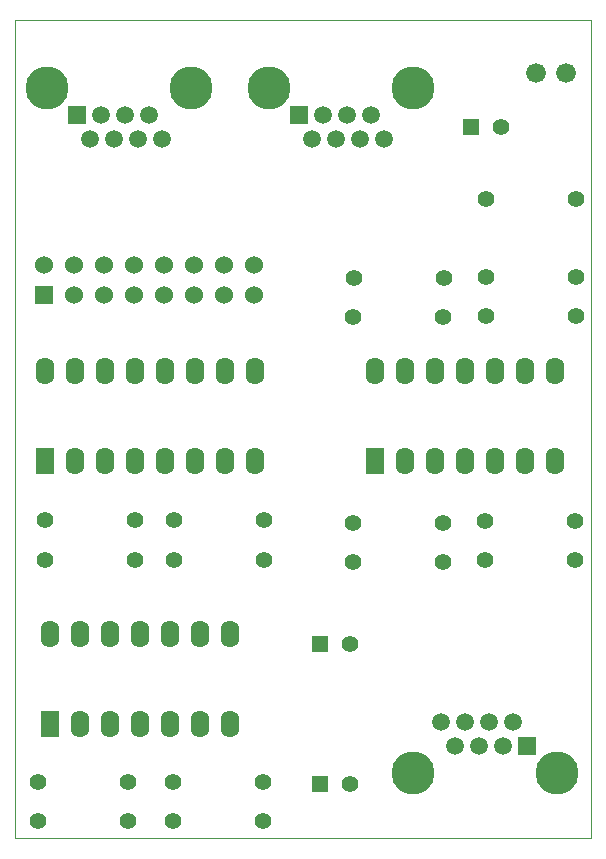
<source format=gts>
G04 (created by PCBNEW (22-Jun-2014 BZR 4027)-stable) date Cts 25 Nis 2020 13:21:39 +03*
%MOIN*%
G04 Gerber Fmt 3.4, Leading zero omitted, Abs format*
%FSLAX34Y34*%
G01*
G70*
G90*
G04 APERTURE LIST*
%ADD10C,0.00590551*%
%ADD11C,0.00393701*%
%ADD12C,0.1437*%
%ADD13R,0.0591X0.0591*%
%ADD14C,0.0591*%
%ADD15C,0.055*%
%ADD16R,0.06X0.06*%
%ADD17C,0.06*%
%ADD18C,0.066*%
%ADD19R,0.062X0.09*%
%ADD20O,0.062X0.09*%
%ADD21R,0.055X0.055*%
G04 APERTURE END LIST*
G54D10*
G54D11*
X7150Y-6000D02*
X7400Y-6000D01*
X7150Y-6000D02*
X7150Y-6150D01*
X7150Y-6100D02*
X7150Y-6000D01*
X7150Y-33250D02*
X7150Y-6100D01*
X26350Y-33250D02*
X7150Y-33250D01*
X26350Y-6000D02*
X7200Y-6000D01*
X26350Y-33250D02*
X26350Y-6000D01*
X26350Y-6000D02*
X26350Y-33250D01*
X7200Y-6000D02*
X26350Y-6000D01*
G54D12*
X15600Y-8250D03*
X20400Y-8250D03*
G54D13*
X16600Y-9150D03*
G54D14*
X17050Y-9950D03*
X17400Y-9150D03*
X17850Y-9950D03*
X18200Y-9150D03*
X18650Y-9950D03*
X19000Y-9150D03*
X19450Y-9950D03*
G54D12*
X8200Y-8250D03*
X13000Y-8250D03*
G54D13*
X9200Y-9150D03*
G54D14*
X9650Y-9950D03*
X10000Y-9150D03*
X10450Y-9950D03*
X10800Y-9150D03*
X11250Y-9950D03*
X11600Y-9150D03*
X12050Y-9950D03*
G54D12*
X25200Y-31100D03*
X20400Y-31100D03*
G54D13*
X24200Y-30200D03*
G54D14*
X23750Y-29400D03*
X23400Y-30200D03*
X22950Y-29400D03*
X22600Y-30200D03*
X22150Y-29400D03*
X21800Y-30200D03*
X21350Y-29400D03*
G54D15*
X25850Y-14550D03*
X22850Y-14550D03*
X25850Y-11950D03*
X22850Y-11950D03*
X18450Y-14600D03*
X21450Y-14600D03*
X21400Y-15900D03*
X18400Y-15900D03*
X22850Y-15850D03*
X25850Y-15850D03*
X25800Y-24000D03*
X22800Y-24000D03*
X22800Y-22700D03*
X25800Y-22700D03*
X21400Y-22750D03*
X18400Y-22750D03*
X11150Y-22650D03*
X8150Y-22650D03*
X10900Y-31400D03*
X7900Y-31400D03*
X7900Y-32700D03*
X10900Y-32700D03*
X12400Y-31400D03*
X15400Y-31400D03*
X15400Y-32700D03*
X12400Y-32700D03*
X12450Y-22650D03*
X15450Y-22650D03*
X15450Y-24000D03*
X12450Y-24000D03*
X8150Y-24000D03*
X11150Y-24000D03*
X18400Y-24050D03*
X21400Y-24050D03*
G54D16*
X8100Y-15150D03*
G54D17*
X8100Y-14150D03*
X9100Y-15150D03*
X9100Y-14150D03*
X10100Y-15150D03*
X10100Y-14150D03*
X11100Y-15150D03*
X11100Y-14150D03*
X12100Y-15150D03*
X12100Y-14150D03*
X13100Y-15150D03*
X13100Y-14150D03*
X14100Y-15150D03*
X14100Y-14150D03*
X15100Y-15150D03*
X15100Y-14150D03*
G54D18*
X24500Y-7750D03*
X25500Y-7750D03*
G54D19*
X8150Y-20700D03*
G54D20*
X9150Y-20700D03*
X10150Y-20700D03*
X11150Y-20700D03*
X12150Y-20700D03*
X13150Y-20700D03*
X14150Y-20700D03*
X15150Y-20700D03*
X15150Y-17700D03*
X14150Y-17700D03*
X13150Y-17700D03*
X12150Y-17700D03*
X11150Y-17700D03*
X10150Y-17700D03*
X9150Y-17700D03*
X8150Y-17700D03*
G54D19*
X8300Y-29450D03*
G54D20*
X9300Y-29450D03*
X10300Y-29450D03*
X11300Y-29450D03*
X12300Y-29450D03*
X13300Y-29450D03*
X14300Y-29450D03*
X14300Y-26450D03*
X13300Y-26450D03*
X12300Y-26450D03*
X11300Y-26450D03*
X10300Y-26450D03*
X9300Y-26450D03*
X8300Y-26450D03*
G54D19*
X19150Y-20700D03*
G54D20*
X20150Y-20700D03*
X21150Y-20700D03*
X22150Y-20700D03*
X23150Y-20700D03*
X24150Y-20700D03*
X25150Y-20700D03*
X25150Y-17700D03*
X24150Y-17700D03*
X23150Y-17700D03*
X22150Y-17700D03*
X21150Y-17700D03*
X20150Y-17700D03*
X19150Y-17700D03*
G54D21*
X17300Y-31450D03*
G54D15*
X18300Y-31450D03*
G54D21*
X22350Y-9550D03*
G54D15*
X23350Y-9550D03*
G54D21*
X17300Y-26800D03*
G54D15*
X18300Y-26800D03*
M02*

</source>
